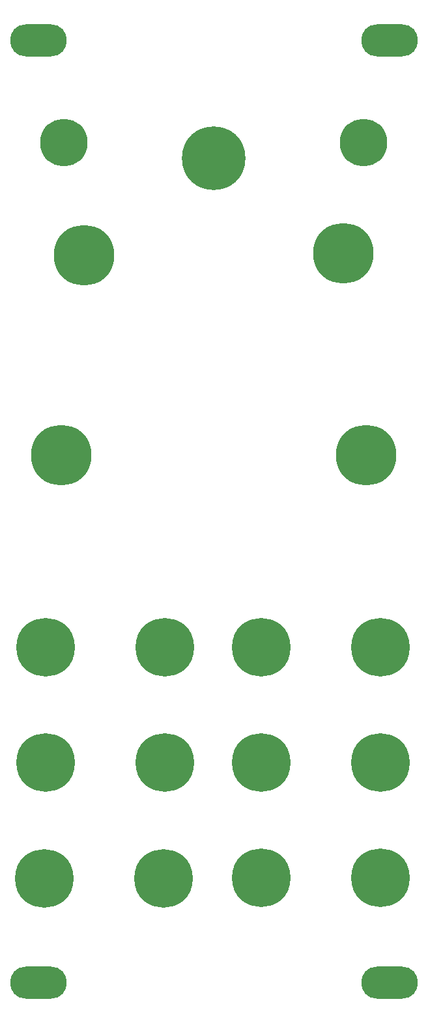
<source format=gbr>
G04 #@! TF.GenerationSoftware,KiCad,Pcbnew,7.0.6-0*
G04 #@! TF.CreationDate,2024-04-10T15:20:03-07:00*
G04 #@! TF.ProjectId,Sampler-built,53616d70-6c65-4722-9d62-75696c742e6b,rev?*
G04 #@! TF.SameCoordinates,PXb71b00PY73f50f0*
G04 #@! TF.FileFunction,Soldermask,Top*
G04 #@! TF.FilePolarity,Negative*
%FSLAX46Y46*%
G04 Gerber Fmt 4.6, Leading zero omitted, Abs format (unit mm)*
G04 Created by KiCad (PCBNEW 7.0.6-0) date 2024-04-10 15:20:03*
%MOMM*%
%LPD*%
G01*
G04 APERTURE LIST*
%ADD10C,7.874000*%
%ADD11C,8.255000*%
%ADD12C,7.620000*%
%ADD13C,6.172200*%
%ADD14O,7.366000X4.191000*%
G04 APERTURE END LIST*
D10*
G04 #@! TO.C,REF\u002A\u002A*
X170760000Y84180000D03*
G04 #@! TD*
D11*
G04 #@! TO.C,LOCK1*
X153873352Y96549922D03*
G04 #@! TD*
D12*
G04 #@! TO.C,REF\u002A\u002A*
X147563352Y17999922D03*
G04 #@! TD*
D10*
G04 #@! TO.C,REF\u002A\u002A*
X134063352Y57999922D03*
G04 #@! TD*
D12*
G04 #@! TO.C,REF\u002A\u002A*
X132063352Y17999922D03*
G04 #@! TD*
G04 #@! TO.C,REF\u002A\u002A*
X175591352Y2999922D03*
G04 #@! TD*
G04 #@! TO.C,REF\u002A\u002A*
X132063352Y32999922D03*
G04 #@! TD*
G04 #@! TO.C,REF\u002A\u002A*
X160063352Y17999922D03*
G04 #@! TD*
D13*
G04 #@! TO.C,REF\u002A\u002A*
X173313352Y98649922D03*
G04 #@! TD*
D12*
G04 #@! TO.C,REF\u002A\u002A*
X160063352Y2999922D03*
G04 #@! TD*
G04 #@! TO.C,REF\u002A\u002A*
X160063352Y32999922D03*
G04 #@! TD*
G04 #@! TO.C,REF\u002A\u002A*
X175591352Y32999922D03*
G04 #@! TD*
D10*
G04 #@! TO.C,REF\u002A\u002A*
X137063352Y83999922D03*
G04 #@! TD*
D12*
G04 #@! TO.C,REF\u002A\u002A*
X147563352Y32999922D03*
G04 #@! TD*
D10*
G04 #@! TO.C,REF\u002A\u002A*
X173691352Y57999922D03*
G04 #@! TD*
D13*
G04 #@! TO.C,REF\u002A\u002A*
X134441352Y98649922D03*
G04 #@! TD*
D12*
G04 #@! TO.C,REF\u002A\u002A*
X131899152Y2954362D03*
G04 #@! TD*
G04 #@! TO.C,REF\u002A\u002A*
X147399152Y2954362D03*
G04 #@! TD*
G04 #@! TO.C,REF\u002A\u002A*
X175591352Y17999922D03*
G04 #@! TD*
D14*
G04 #@! TO.C,REF\u002A\u002A*
X176732000Y-10592800D03*
G04 #@! TD*
G04 #@! TO.C,REF\u002A\u002A*
X131118000Y-10592800D03*
G04 #@! TD*
G04 #@! TO.C,REF\u002A\u002A*
X176732000Y111912800D03*
G04 #@! TD*
G04 #@! TO.C,REF\u002A\u002A*
X131118000Y111912800D03*
G04 #@! TD*
M02*

</source>
